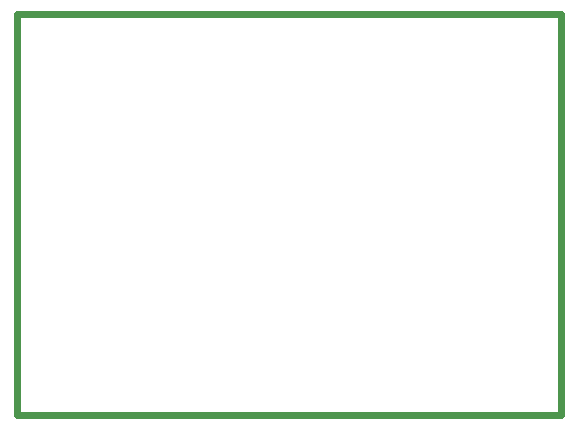
<source format=gbr>
G04 #@! TF.GenerationSoftware,KiCad,Pcbnew,8.0.7*
G04 #@! TF.CreationDate,2025-01-15T17:40:26-08:00*
G04 #@! TF.ProjectId,RP2040_minimal_r2,52503230-3430-45f6-9d69-6e696d616c5f,REV2*
G04 #@! TF.SameCoordinates,PX5f5e100PY5f5e100*
G04 #@! TF.FileFunction,Profile,NP*
%FSLAX46Y46*%
G04 Gerber Fmt 4.6, Leading zero omitted, Abs format (unit mm)*
G04 Created by KiCad (PCBNEW 8.0.7) date 2025-01-15 17:40:26*
%MOMM*%
%LPD*%
G01*
G04 APERTURE LIST*
G04 #@! TA.AperFunction,Profile*
%ADD10C,0.600000*%
G04 #@! TD*
G04 APERTURE END LIST*
D10*
X23000000Y-4000000D02*
X-23000000Y-4000000D01*
X23000000Y30000000D02*
X23000000Y-4000000D01*
X-23000000Y30000000D02*
X23000000Y30000000D01*
X-23000000Y-4000000D02*
X-23000000Y30000000D01*
M02*

</source>
